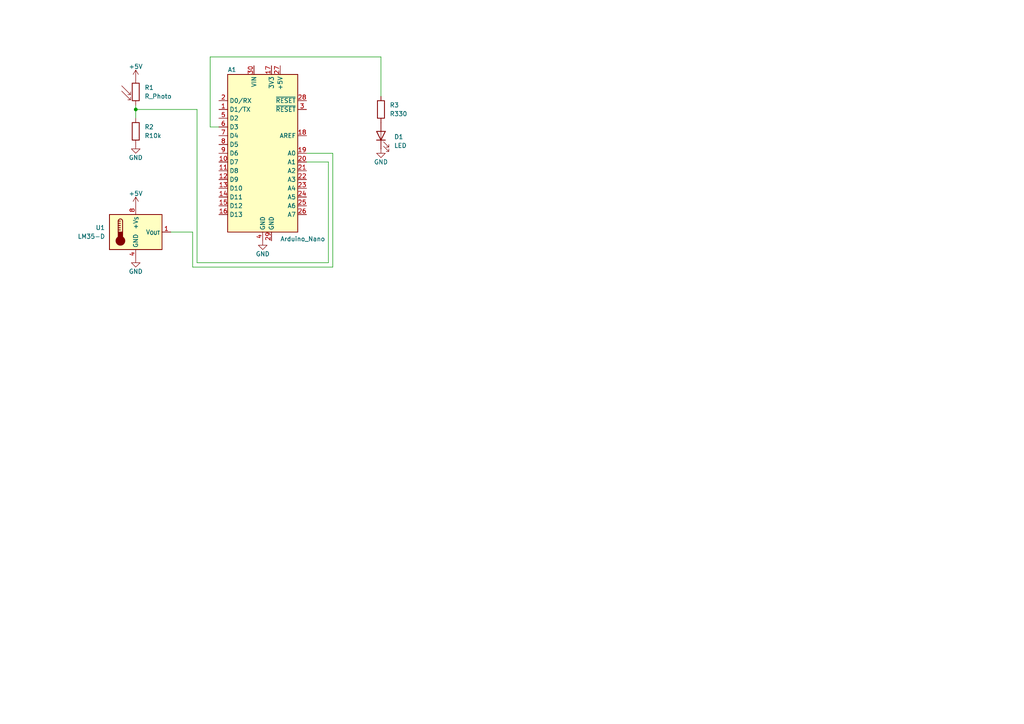
<source format=kicad_sch>
(kicad_sch (version 20250114) (generator "eeschema") (generator_version "9.0")
  (paper "A4")
  (title_block (title "Arduino Nano + LM35 + YF-S201 (grid 50mil)") (date "2025-09-16") (rev "1.0") (company "Adriana") (comment 1 "LM35→A0; YF-S201 con pull-up 10k→D2"))
  (lib_symbols
    (symbol "Device:LED" (pin_numbers (hide yes)) (pin_names (offset 1.016) (hide yes))
      (property "Reference" "D" (at 0 2.54 0))
      (property "Value" "LED" (at 0 -2.54 0))
      (symbol "LED_0_1"
        (polyline (pts (xy -3.048 -0.762) (xy -4.572 -2.286) (xy -3.81 -2.286) (xy -4.572 -2.286) (xy -4.572 -1.524)))
        (polyline (pts (xy -1.778 -0.762) (xy -3.302 -2.286) (xy -2.54 -2.286) (xy -3.302 -2.286) (xy -3.302 -1.524)))
        (polyline (pts (xy -1.27 0) (xy 1.27 0)))
        (polyline (pts (xy -1.27 -1.27) (xy -1.27 1.27)) (stroke (width 0.254)))
        (polyline (pts (xy 1.27 -1.27) (xy 1.27 1.27) (xy -1.27 0) (xy 1.27 -1.27)) (stroke (width 0.254)))
      )
      (symbol "LED_1_1"
        (pin passive line (at -3.81 0 0) (length 2.54) (name "K") (number "1"))
        (pin passive line (at 3.81 0 180) (length 2.54) (name "A") (number "2"))
      )
    )
    (symbol "Device:R" (pin_numbers (hide yes)) (pin_names (offset 0))
      (property "Reference" "R" (at 2.032 0 90))
      (property "Value" "R" (at 0 0 90))
      (symbol "R_0_1"
        (rectangle (start -1.016 -2.54) (end 1.016 2.54) (stroke (width 0.254)))
      )
      (symbol "R_1_1"
        (pin passive line (at 0 3.81 270) (length 1.27) (name "~") (number "1"))
        (pin passive line (at 0 -3.81 90) (length 1.27) (name "~") (number "2"))
      )
    )
    (symbol "Device:R_Photo" (pin_numbers (hide yes)) (pin_names (offset 0))
      (property "Reference" "R" (at 1.27 1.27 0))
      (property "Value" "R_Photo" (at 1.27 0 0))
      (symbol "R_Photo_0_1"
        (polyline (pts (xy -1.524 -0.762) (xy -4.064 1.778)))
        (polyline (pts (xy -1.524 -0.762) (xy -2.286 -0.762)))
        (polyline (pts (xy -1.524 -0.762) (xy -1.524 0)))
        (polyline (pts (xy -1.524 -2.286) (xy -4.064 0.254)))
        (polyline (pts (xy -1.524 -2.286) (xy -2.286 -2.286)))
        (polyline (pts (xy -1.524 -2.286) (xy -1.524 -1.524)))
        (rectangle (start -1.016 2.54) (end 1.016 -2.54) (stroke (width 0.254)))
      )
      (symbol "R_Photo_1_1"
        (pin passive line (at 0 3.81 270) (length 1.27) (name "~") (number "1"))
        (pin passive line (at 0 -3.81 90) (length 1.27) (name "~") (number "2"))
      )
    )
    (symbol "MCU_Module:Arduino_Nano_v3.x"
      (property "Reference" "A" (at -10.16 23.495 0))
      (property "Value" "Arduino_Nano_v3.x" (at 5.08 -24.13 0))
      (symbol "Arduino_Nano_v3.x_0_1"
        (rectangle (start -10.16 22.86) (end 10.16 -22.86) (stroke (width 0.254)) (fill (type background)))
      )
      (symbol "Arduino_Nano_v3.x_1_1"
        (pin bidirectional line (at -12.7 15.24 0) (length 2.54) (name "D0/RX") (number "2"))
        (pin bidirectional line (at -12.7 12.7 0) (length 2.54) (name "D1/TX") (number "1"))
        (pin bidirectional line (at -12.7 10.16 0) (length 2.54) (name "D2") (number "5"))
        (pin bidirectional line (at -12.7 7.62 0) (length 2.54) (name "D3") (number "6"))
        (pin bidirectional line (at -12.7 5.08 0) (length 2.54) (name "D4") (number "7"))
        (pin bidirectional line (at -12.7 2.54 0) (length 2.54) (name "D5") (number "8"))
        (pin bidirectional line (at -12.7 0 0) (length 2.54) (name "D6") (number "9"))
        (pin bidirectional line (at -12.7 -2.54 0) (length 2.54) (name "D7") (number "10"))
        (pin bidirectional line (at -12.7 -5.08 0) (length 2.54) (name "D8") (number "11"))
        (pin bidirectional line (at -12.7 -7.62 0) (length 2.54) (name "D9") (number "12"))
        (pin bidirectional line (at -12.7 -10.16 0) (length 2.54) (name "D10") (number "13"))
        (pin bidirectional line (at -12.7 -12.7 0) (length 2.54) (name "D11") (number "14"))
        (pin bidirectional line (at -12.7 -15.24 0) (length 2.54) (name "D12") (number "15"))
        (pin bidirectional line (at -12.7 -17.78 0) (length 2.54) (name "D13") (number "16"))
        (pin power_in line (at -2.54 25.4 270) (length 2.54) (name "VIN") (number "30"))
        (pin power_in line (at 0 -25.4 90) (length 2.54) (name "GND") (number "4"))
        (pin power_out line (at 2.54 25.4 270) (length 2.54) (name "3V3") (number "17"))
        (pin power_in line (at 2.54 -25.4 90) (length 2.54) (name "GND") (number "29"))
        (pin power_out line (at 5.08 25.4 270) (length 2.54) (name "+5V") (number "27"))
        (pin input line (at 12.7 15.24 180) (length 2.54) (name "~{RESET}") (number "28"))
        (pin input line (at 12.7 12.7 180) (length 2.54) (name "~{RESET}") (number "3"))
        (pin input line (at 12.7 5.08 180) (length 2.54) (name "AREF") (number "18"))
        (pin bidirectional line (at 12.7 0 180) (length 2.54) (name "A0") (number "19"))
        (pin bidirectional line (at 12.7 -2.54 180) (length 2.54) (name "A1") (number "20"))
        (pin bidirectional line (at 12.7 -5.08 180) (length 2.54) (name "A2") (number "21"))
        (pin bidirectional line (at 12.7 -7.62 180) (length 2.54) (name "A3") (number "22"))
        (pin bidirectional line (at 12.7 -10.16 180) (length 2.54) (name "A4") (number "23"))
        (pin bidirectional line (at 12.7 -12.7 180) (length 2.54) (name "A5") (number "24"))
        (pin bidirectional line (at 12.7 -15.24 180) (length 2.54) (name "A6") (number "25"))
        (pin bidirectional line (at 12.7 -17.78 180) (length 2.54) (name "A7") (number "26"))
      )
    )
    (symbol "Sensor_Temperature:LM35-D"
      (property "Reference" "U" (at -6.35 6.35 0))
      (property "Value" "LM35-D" (at 1.27 6.35 0))
      (symbol "LM35-D_0_1"
        (rectangle (start -7.62 5.08) (end 7.62 -5.08) (stroke (width 0.254)) (fill (type background)))
        (polyline (pts (xy -5.08 3.175) (xy -5.08 0)) (stroke (width 0.254)))
        (polyline (pts (xy -5.08 3.175) (xy -4.445 3.175)) (stroke (width 0.254)))
        (polyline (pts (xy -5.08 2.54) (xy -4.445 2.54)) (stroke (width 0.254)))
        (polyline (pts (xy -5.08 1.905) (xy -4.445 1.905)) (stroke (width 0.254)))
        (polyline (pts (xy -5.08 1.27) (xy -4.445 1.27)) (stroke (width 0.254)))
        (polyline (pts (xy -5.08 0.635) (xy -4.445 0.635)) (stroke (width 0.254)))
        (arc (start -5.08 3.175) (mid -4.445 3.8073) (end -3.81 3.175) (stroke (width 0.254)))
        (circle (center -4.445 -2.54) (radius 1.27) (stroke (width 0.254)) (fill (type outline)))
        (polyline (pts (xy -3.81 3.175) (xy -3.81 0)) (stroke (width 0.254)))
        (rectangle (start -3.81 -1.905) (end -5.08 0) (stroke (width 0.254)) (fill (type outline)))
      )
      (symbol "LM35-D_1_1"
        (pin no_connect line (at -2.54 5.08 270) (length 2.54) (hide yes) (name "NC") (number "3"))
        (pin no_connect line (at -2.54 -5.08 90) (length 2.54) (hide yes) (name "NC") (number "2"))
        (pin power_in line (at 0 7.62 270) (length 2.54) (name "+V_{S}") (number "8"))
        (pin power_in line (at 0 -7.62 90) (length 2.54) (name "GND") (number "4"))
        (pin no_connect line (at 2.54 -5.08 90) (length 2.54) (hide yes) (name "NC") (number "5"))
        (pin no_connect line (at 5.08 -5.08 90) (length 2.54) (hide yes) (name "NC") (number "6"))
        (pin no_connect line (at 7.62 2.54 180) (length 2.54) (hide yes) (name "NC") (number "7"))
        (pin output line (at 10.16 0 180) (length 2.54) (name "V_{OUT}") (number "1"))
      )
    )
    (symbol "power:+5V" (power) (pin_numbers (hide yes)) (pin_names (offset 0) (hide yes))
      (property "Value" "+5V" (at 0 3.556 0))
      (symbol "+5V_0_1"
        (polyline (pts (xy -0.762 1.27) (xy 0 2.54)))
        (polyline (pts (xy 0 2.54) (xy 0.762 1.27)))
        (polyline (pts (xy 0 0) (xy 0 2.54)))
      )
      (symbol "+5V_1_1"
        (pin power_in line (at 0 0 90) (length 0) (name "~") (number "1"))
      )
    )
    (symbol "power:GND" (power) (pin_numbers (hide yes)) (pin_names (offset 0) (hide yes))
      (property "Value" "GND" (at 0 -3.81 0))
      (symbol "GND_0_1"
        (polyline (pts (xy 0 0) (xy 0 -1.27) (xy 1.27 -1.27) (xy 0 -2.54) (xy -1.27 -1.27) (xy 0 -1.27)))
      )
      (symbol "GND_1_1"
        (pin power_in line (at 0 0 270) (length 0) (name "~") (number "1"))
      )
    )
  )
  (junction (at 39.37 31.75))
  (wire (pts (xy 49.53 67.31) (xy 55.88 67.31)))
  (wire (pts (xy 96.52 77.47) (xy 96.52 44.45)))
  (wire (pts (xy 60.96 16.51) (xy 60.96 36.83)))
  (wire (pts (xy 95.25 46.99) (xy 95.25 76.2)))
  (wire (pts (xy 88.9 46.99) (xy 95.25 46.99)))
  (wire (pts (xy 96.52 44.45) (xy 88.9 44.45)))
  (wire (pts (xy 110.49 16.51) (xy 60.96 16.51)))
  (wire (pts (xy 57.15 31.75) (xy 39.37 31.75)))
  (wire (pts (xy 95.25 76.2) (xy 57.15 76.2)))
  (wire (pts (xy 55.88 67.31) (xy 55.88 77.47)))
  (wire (pts (xy 110.49 27.94) (xy 110.49 16.51)))
  (wire (pts (xy 57.15 76.2) (xy 57.15 31.75)))
  (wire (pts (xy 60.96 36.83) (xy 63.5 36.83)))
  (wire (pts (xy 39.37 31.75) (xy 39.37 34.29)))
  (wire (pts (xy 39.37 30.48) (xy 39.37 31.75)))
  (wire (pts (xy 55.88 77.47) (xy 96.52 77.47)))
  (symbol (lib_id "Sensor_Temperature:LM35-D") (at 39.37 67.31 0) (unit 1)
    (property "Reference" "U1" (at 30.48 66.0399 0) (effects (justify right)))
    (property "Value" "LM35-D" (at 30.48 68.5799 0) (effects (justify right)))
    (property "Footprint" "Package_SO:SOIC-8_3.9x4.9mm_P1.27mm" (effects (hide yes)))
    (property "Datasheet" "http://www.ti.com/lit/ds/symlink/lm35.pdf" (effects (hide yes)))
    (property "Description" "Precision centigrade temperature sensor, SOIC-8" (effects (hide yes)))
  )
  (symbol (lib_id "Device:R") (at 39.37 38.1 0) (unit 1)
    (property "Reference" "R2" (at 41.91 36.8299 0) (effects (justify left)))
    (property "Value" "R10k" (at 41.91 39.3699 0) (effects (justify left)))
    (property "Description" "Resistor" (effects (hide yes)))
  )
  (symbol (lib_id "power:+5V") (at 39.37 22.86 0) (unit 1)
    (property "Reference" "#PWR02" (effects (hide yes)))
    (property "Value" "+5V" (at 39.37 19.304 0))
    (property "Description" "Power symbol creates a global label with name \"+5V\"" (effects (hide yes)))
  )
  (symbol (lib_id "power:+5V") (at 39.37 59.69 0) (unit 1)
    (property "Reference" "#PWR?" (effects (hide yes)))
    (property "Value" "+5V" (at 39.37 56.134 0))
    (property "Description" "Power symbol creates a global label with name \"+5V\"" (effects (hide yes)))
  )
  (symbol (lib_id "power:GND") (at 39.37 74.93 0) (unit 1)
    (property "Reference" "#PWR?" (effects (hide yes)))
    (property "Value" "GND" (at 39.37 78.74 0))
    (property "Description" "Power symbol creates a global label with name \"GND\" , ground" (effects (hide yes)))
  )
  (symbol (lib_id "MCU_Module:Arduino_Nano_v3.x") (at 76.2 44.45 0) (unit 1)
    (property "Reference" "A1" (at 66.04 20.955 0) (effects (justify left bottom)))
    (property "Value" "Arduino_Nano" (at 81.28 68.58 0) (effects (justify left top)))
    (property "Footprint" "Module:Arduino_Nano" (effects (hide yes)))
    (property "Datasheet" "http://www.mouser.com/pdfdocs/Gravitech_Arduino_Nano3_0.pdf" (effects (hide yes)))
    (property "Description" "Arduino Nano v3.x" (effects (hide yes)))
  )
  (symbol (lib_id "Device:R_Photo") (at 39.37 26.67 0) (unit 1)
    (property "Reference" "R1" (at 41.91 25.3999 0) (effects (justify left)))
    (property "Value" "R_Photo" (at 41.91 27.9399 0) (effects (justify left)))
    (property "Description" "Photoresistor" (effects (hide yes)))
  )
  (symbol (lib_id "power:GND") (at 110.49 43.18 0) (unit 1)
    (property "Reference" "#PWR04" (effects (hide yes)))
    (property "Value" "GND" (at 110.49 46.99 0))
    (property "Description" "Power symbol creates a global label with name \"GND\" , ground" (effects (hide yes)))
  )
  (symbol (lib_id "power:GND") (at 39.37 41.91 0) (unit 1)
    (property "Reference" "#PWR03" (effects (hide yes)))
    (property "Value" "GND" (at 39.37 45.72 0))
    (property "Description" "Power symbol creates a global label with name \"GND\" , ground" (effects (hide yes)))
  )
  (symbol (lib_id "Device:LED") (at 110.49 39.37 90) (unit 1)
    (property "Reference" "D1" (at 114.3 39.6874 90) (effects (justify right)))
    (property "Value" "LED" (at 114.3 42.2274 90) (effects (justify right)))
    (property "Description" "Light emitting diode" (effects (hide yes)))
    (property "Sim.Pins" "1=K 2=A" (effects (hide yes)))
  )
  (symbol (lib_id "power:GND") (at 76.2 69.85 0) (unit 1)
    (property "Reference" "#PWR01" (effects (hide yes)))
    (property "Value" "GND" (at 76.2 73.66 0))
    (property "Description" "Power symbol creates a global label with name \"GND\" , ground" (effects (hide yes)))
  )
  (symbol (lib_id "Device:R") (at 110.49 31.75 0) (unit 1)
    (property "Reference" "R3" (at 113.03 30.4799 0) (effects (justify left)))
    (property "Value" "R330" (at 113.03 33.0199 0) (effects (justify left)))
    (property "Description" "Resistor" (effects (hide yes)))
  )
)
</source>
